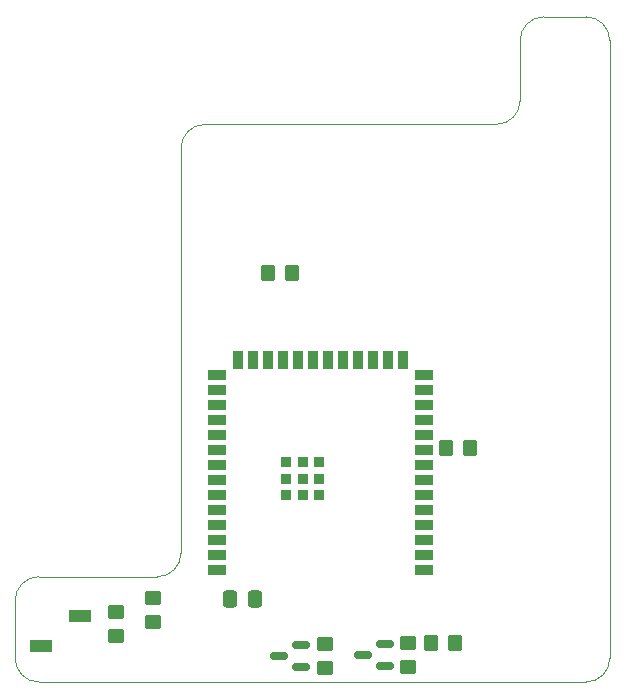
<source format=gbr>
G04 #@! TF.GenerationSoftware,KiCad,Pcbnew,9.0.3*
G04 #@! TF.CreationDate,2026-01-28T23:02:45+01:00*
G04 #@! TF.ProjectId,CM5IO_top,434d3549-4f5f-4746-9f70-2e6b69636164,rev?*
G04 #@! TF.SameCoordinates,Original*
G04 #@! TF.FileFunction,Paste,Bot*
G04 #@! TF.FilePolarity,Positive*
%FSLAX46Y46*%
G04 Gerber Fmt 4.6, Leading zero omitted, Abs format (unit mm)*
G04 Created by KiCad (PCBNEW 9.0.3) date 2026-01-28 23:02:45*
%MOMM*%
%LPD*%
G01*
G04 APERTURE LIST*
G04 Aperture macros list*
%AMRoundRect*
0 Rectangle with rounded corners*
0 $1 Rounding radius*
0 $2 $3 $4 $5 $6 $7 $8 $9 X,Y pos of 4 corners*
0 Add a 4 corners polygon primitive as box body*
4,1,4,$2,$3,$4,$5,$6,$7,$8,$9,$2,$3,0*
0 Add four circle primitives for the rounded corners*
1,1,$1+$1,$2,$3*
1,1,$1+$1,$4,$5*
1,1,$1+$1,$6,$7*
1,1,$1+$1,$8,$9*
0 Add four rect primitives between the rounded corners*
20,1,$1+$1,$2,$3,$4,$5,0*
20,1,$1+$1,$4,$5,$6,$7,0*
20,1,$1+$1,$6,$7,$8,$9,0*
20,1,$1+$1,$8,$9,$2,$3,0*%
G04 Aperture macros list end*
%ADD10RoundRect,0.250000X-0.450000X0.350000X-0.450000X-0.350000X0.450000X-0.350000X0.450000X0.350000X0*%
%ADD11RoundRect,0.250000X0.350000X0.450000X-0.350000X0.450000X-0.350000X-0.450000X0.350000X-0.450000X0*%
%ADD12R,1.900000X1.000000*%
%ADD13RoundRect,0.250000X0.450000X-0.350000X0.450000X0.350000X-0.450000X0.350000X-0.450000X-0.350000X0*%
%ADD14R,0.900000X0.900000*%
%ADD15R,1.500000X0.900000*%
%ADD16R,0.900000X1.500000*%
%ADD17RoundRect,0.250000X-0.337500X-0.475000X0.337500X-0.475000X0.337500X0.475000X-0.337500X0.475000X0*%
%ADD18RoundRect,0.150000X0.587500X0.150000X-0.587500X0.150000X-0.587500X-0.150000X0.587500X-0.150000X0*%
%ADD19RoundRect,0.250000X-0.350000X-0.450000X0.350000X-0.450000X0.350000X0.450000X-0.350000X0.450000X0*%
G04 #@! TA.AperFunction,Profile*
%ADD20C,0.050000*%
G04 #@! TD*
G04 APERTURE END LIST*
D10*
X167266400Y-139428500D03*
X167266400Y-141428500D03*
D11*
X192844200Y-143241400D03*
X190844200Y-143241400D03*
D10*
X188890700Y-143241400D03*
X188890700Y-145241400D03*
D12*
X157844000Y-143454000D03*
X161144000Y-140914000D03*
D11*
X179061400Y-111907200D03*
X177061400Y-111907200D03*
D13*
X181871400Y-145292200D03*
X181871400Y-143292200D03*
D14*
X178569400Y-127909200D03*
X178573794Y-129309200D03*
X178573794Y-130709200D03*
X179969400Y-127909200D03*
X179973794Y-129309200D03*
X179973794Y-130709200D03*
X181369400Y-127909200D03*
X181373794Y-129309200D03*
X181373794Y-130709200D03*
D15*
X172723794Y-137029200D03*
X172723794Y-135759200D03*
X172723794Y-134489200D03*
X172723794Y-133219200D03*
X172723794Y-131949200D03*
X172723794Y-130679200D03*
X172723794Y-129409200D03*
X172723794Y-128139200D03*
X172723794Y-126869200D03*
X172723794Y-125599200D03*
X172723794Y-124329200D03*
X172723794Y-123059200D03*
X172723794Y-121789200D03*
X172723794Y-120519200D03*
D16*
X174488794Y-119269200D03*
X175758794Y-119269200D03*
X177028794Y-119269200D03*
X178298794Y-119269200D03*
X179568794Y-119269200D03*
X180838794Y-119269200D03*
X182108794Y-119269200D03*
X183378794Y-119269200D03*
X184648794Y-119269200D03*
X185918794Y-119269200D03*
X187188794Y-119269200D03*
X188458794Y-119269200D03*
D15*
X190223794Y-120519200D03*
X190223794Y-121789200D03*
X190223794Y-123059200D03*
X190223794Y-124329200D03*
X190223794Y-125599200D03*
X190223794Y-126869200D03*
X190223794Y-128139200D03*
X190223794Y-129409200D03*
X190223794Y-130679200D03*
X190223794Y-131949200D03*
X190223794Y-133219200D03*
X190223794Y-134489200D03*
X190223794Y-135759200D03*
X190223794Y-137029200D03*
D17*
X173848900Y-139466200D03*
X175923900Y-139466200D03*
D18*
X179816400Y-143342200D03*
X179816400Y-145242200D03*
X177941400Y-144292200D03*
D13*
X164193000Y-142583800D03*
X164193000Y-140583800D03*
D18*
X186955700Y-143291400D03*
X186955700Y-145191400D03*
X185080700Y-144241400D03*
D19*
X192149000Y-126664600D03*
X194149000Y-126664600D03*
D20*
X205975958Y-144508558D02*
G75*
G02*
X203975958Y-146508658I-2000058J-42D01*
G01*
X198381400Y-92190200D02*
G75*
G02*
X200381400Y-90190200I2000000J0D01*
G01*
X205974864Y-92190158D02*
X205975958Y-144508558D01*
X169679400Y-101290400D02*
G75*
G02*
X171679400Y-99290400I2000000J0D01*
G01*
X155633209Y-144508599D02*
X155633210Y-139588499D01*
X169679400Y-135588500D02*
X169679400Y-101290400D01*
X171679400Y-99290400D02*
X196381400Y-99290400D01*
X157633210Y-137588500D02*
X167679400Y-137588500D01*
X200381400Y-90190200D02*
X203974864Y-90190200D01*
X155633210Y-139588499D02*
G75*
G02*
X157633210Y-137588510I1999990J-1D01*
G01*
X198381400Y-97290400D02*
G75*
G02*
X196381400Y-99290400I-2000000J0D01*
G01*
X169679400Y-135588500D02*
G75*
G02*
X167679400Y-137588500I-2000000J0D01*
G01*
X157633209Y-146508600D02*
G75*
G02*
X155633200Y-144508599I-9J2000000D01*
G01*
X198381400Y-97290400D02*
X198381400Y-92190200D01*
X203975958Y-146508600D02*
X157633209Y-146508600D01*
X203974864Y-90190200D02*
G75*
G02*
X205974900Y-92190158I36J-2000000D01*
G01*
M02*

</source>
